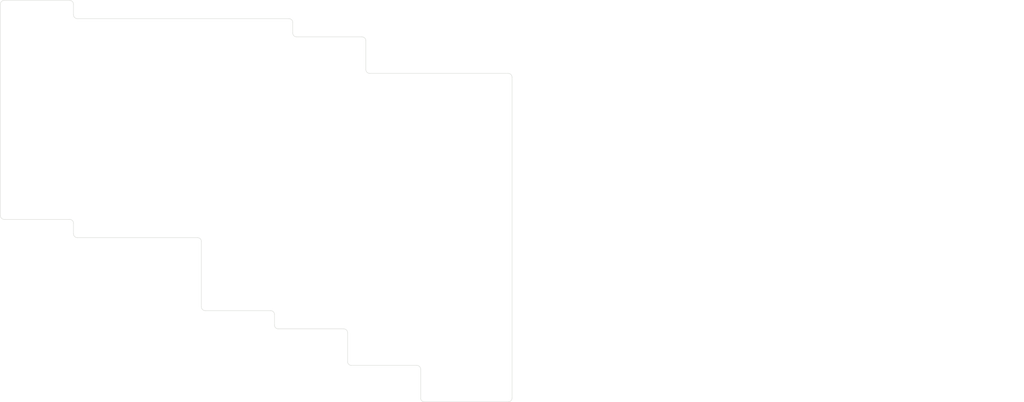
<source format=kicad_pcb>
(kicad_pcb (version 20221018) (generator pcbnew)
  (layers (0 "F.Cu" signal) (31 "B.Cu" signal) (34 "B.Paste" user) (35 "F.Paste" user) (36 "B.SilkS" user "B.Silkscreen") (37 "F.SilkS" user "F.Silkscreen") (38 "B.Mask" user) (39 "F.Mask" user) (44 "Edge.Cuts" user))
  (net 0 "")
  (footprint "kbd:M2_HOLE_v2" (layer "F.Cu") (at 147.6375 107.15625)
    (fp_text reference "Ref**" hide)
    (fp_text value "Val**" hide)
    (pad "" np_thru_hole circle (at 0 0) (size 4.3 4.3) (drill 4.3) (layers "*.Cu" "*.Mask"))
  )
  (footprint "kbd:M2_HOLE_v2" (layer "F.Cu") (at 76.2 45.24375)
    (fp_text reference "Ref**" hide)
    (fp_text value "Val**" hide)
    (pad "" np_thru_hole circle (at 0 0) (size 4.3 4.3) (drill 4.3) (layers "*.Cu" "*.Mask"))
  )
  (footprint "kbd:M2_HOLE_v2" (layer "F.Cu") (at 147.6375 59.53125)
    (fp_text reference "Ref**" hide)
    (fp_text value "Val**" hide)
    (pad "" np_thru_hole circle (at 0 0) (size 4.3 4.3) (drill 4.3) (layers "*.Cu" "*.Mask"))
  )
  (footprint "kbd:M2_HOLE_v2" (layer "F.Cu") (at 128.5875 59.53125)
    (fp_text reference "Ref**" hide)
    (fp_text value "Val**" hide)
    (pad "" np_thru_hole circle (at 0 0) (size 4.3 4.3) (drill 4.3) (layers "*.Cu" "*.Mask"))
  )
  (footprint "kbd:M2_HOLE_v2" (layer "F.Cu") (at 38.1 64.29375)
    (fp_text reference "Ref**" hide)
    (fp_text value "Val**" hide)
    (pad "" np_thru_hole circle (at 0 0) (size 4.3 4.3) (drill 4.3) (layers "*.Cu" "*.Mask"))
  )
  (footprint "kbd:M2_HOLE_v2" (layer "F.Cu") (at 38.1 40.48125)
    (fp_text reference "Ref**" hide)
    (fp_text value "Val**" hide)
    (pad "" np_thru_hole circle (at 0 0) (size 4.3 4.3) (drill 4.3) (layers "*.Cu" "*.Mask"))
  )
  (footprint "kbd:M2_HOLE_v2" (layer "F.Cu") (at 128.5875 107.15625)
    (fp_text reference "Ref**" hide)
    (fp_text value "Val**" hide)
    (pad "" np_thru_hole circle (at 0 0) (size 4.3 4.3) (drill 4.3) (layers "*.Cu" "*.Mask"))
  )
  (footprint "kbd:M2_HOLE_v2" (layer "F.Cu") (at 76.2 83.34375)
    (fp_text reference "Ref**" hide)
    (fp_text value "Val**" hide)
    (pad "" np_thru_hole circle (at 0 0) (size 4.3 4.3) (drill 4.3) (layers "*.Cu" "*.Mask"))
  )
  (gr_arc (start 20.05 78.58125) (mid 19.342893 78.288357) (end 19.05 77.58125) (stroke (width 0.1)) (layer "Edge.Cuts"))
  (gr_line (start 38.1 79.58125) (end 38.1 82.34375) (stroke (width 0.1)) (layer "Edge.Cuts"))
  (gr_arc (start 110.5375 116.68125) (mid 109.830393 116.388357) (end 109.5375 115.68125) (stroke (width 0.1)) (layer "Edge.Cuts"))
  (gr_line (start 38.1 22.43125) (end 38.1 25.19375) (stroke (width 0.1)) (layer "Edge.Cuts"))
  (gr_line (start 114.3 31.95625) (end 114.3 39.48125) (stroke (width 0.1)) (layer "Edge.Cuts"))
  (gr_line (start 90.4875 103.39375) (end 90.4875 106.15625) (stroke (width 0.1)) (layer "Edge.Cuts"))
  (gr_arc (start 72.4375 102.39375) (mid 71.730411 102.100854) (end 71.4375 101.39375) (stroke (width 0.1)) (layer "Edge.Cuts"))
  (gr_arc (start 37.1 78.58125) (mid 37.807107 78.874143) (end 38.1 79.58125) (stroke (width 0.1)) (layer "Edge.Cuts"))
  (gr_arc (start 108.5375 107.15625) (mid 109.244589 107.449146) (end 109.5375 108.15625) (stroke (width 0.1)) (layer "Edge.Cuts"))
  (gr_line (start 20.05 78.58125) (end 37.1 78.58125) (stroke (width 0.1)) (layer "Edge.Cuts"))
  (gr_line (start 39.1 26.19375) (end 94.25 26.19375) (stroke (width 0.1)) (layer "Edge.Cuts"))
  (gr_line (start 37.1 21.43125) (end 20.05 21.43125) (stroke (width 0.1)) (layer "Edge.Cuts"))
  (gr_line (start 109.5375 108.15625) (end 109.5375 115.68125) (stroke (width 0.1)) (layer "Edge.Cuts"))
  (gr_line (start 91.4875 107.15625) (end 108.5375 107.15625) (stroke (width 0.1)) (layer "Edge.Cuts"))
  (gr_arc (start 37.1 21.43125) (mid 37.807089 21.724146) (end 38.1 22.43125) (stroke (width 0.1)) (layer "Edge.Cuts"))
  (gr_line (start 95.25 27.19375) (end 95.25 29.95625) (stroke (width 0.1)) (layer "Edge.Cuts"))
  (gr_arc (start 152.4 125.20625) (mid 152.107124 125.913389) (end 151.4 126.20625) (stroke (width 0.1)) (layer "Edge.Cuts"))
  (gr_line (start 39.1 83.34375) (end 70.4375 83.34375) (stroke (width 0.1)) (layer "Edge.Cuts"))
  (gr_line (start 128.5875 117.68125) (end 128.5875 125.20625) (stroke (width 0.1)) (layer "Edge.Cuts"))
  (gr_arc (start 151.4 40.48125) (mid 152.107089 40.774146) (end 152.4 41.48125) (stroke (width 0.1)) (layer "Edge.Cuts"))
  (gr_line (start 96.25 30.95625) (end 113.3 30.95625) (stroke (width 0.1)) (layer "Edge.Cuts"))
  (gr_arc (start 127.5875 116.68125) (mid 128.294607 116.974143) (end 128.5875 117.68125) (stroke (width 0.1)) (layer "Edge.Cuts"))
  (gr_line (start 72.4375 102.39375) (end 89.4875 102.39375) (stroke (width 0.1)) (layer "Edge.Cuts"))
  (gr_arc (start 39.1 83.34375) (mid 38.392893 83.050857) (end 38.1 82.34375) (stroke (width 0.1)) (layer "Edge.Cuts"))
  (gr_arc (start 129.5875 126.20625) (mid 128.880393 125.913357) (end 128.5875 125.20625) (stroke (width 0.1)) (layer "Edge.Cuts"))
  (gr_line (start 115.3 40.48125) (end 151.4 40.48125) (stroke (width 0.1)) (layer "Edge.Cuts"))
  (gr_arc (start 96.25 30.95625) (mid 95.542893 30.663357) (end 95.25 29.95625) (stroke (width 0.1)) (layer "Edge.Cuts"))
  (gr_arc (start 89.4875 102.39375) (mid 90.194607 102.686643) (end 90.4875 103.39375) (stroke (width 0.1)) (layer "Edge.Cuts"))
  (gr_line (start 110.5375 116.68125) (end 127.5875 116.68125) (stroke (width 0.1)) (layer "Edge.Cuts"))
  (gr_arc (start 91.4875 107.15625) (mid 90.780393 106.863357) (end 90.4875 106.15625) (stroke (width 0.1)) (layer "Edge.Cuts"))
  (gr_arc (start 39.1 26.19375) (mid 38.392893 25.900857) (end 38.1 25.19375) (stroke (width 0.1)) (layer "Edge.Cuts"))
  (gr_line (start 71.4375 84.34375) (end 71.4375 101.39375) (stroke (width 0.1)) (layer "Edge.Cuts"))
  (gr_arc (start 19.05 22.43125) (mid 19.342876 21.724111) (end 20.05 21.43125) (stroke (width 0.1)) (layer "Edge.Cuts"))
  (gr_arc (start 115.3 40.48125) (mid 114.592911 40.188354) (end 114.3 39.48125) (stroke (width 0.1)) (layer "Edge.Cuts"))
  (gr_line (start 129.5875 126.20625) (end 151.4 126.20625) (stroke (width 0.1)) (layer "Edge.Cuts"))
  (gr_line (start 19.05 22.43125) (end 19.05 77.58125) (stroke (width 0.1)) (layer "Edge.Cuts"))
  (gr_arc (start 70.4375 83.34375) (mid 71.144607 83.636643) (end 71.4375 84.34375) (stroke (width 0.1)) (layer "Edge.Cuts"))
  (gr_arc (start 113.3 30.95625) (mid 114.007089 31.249146) (end 114.3 31.95625) (stroke (width 0.1)) (layer "Edge.Cuts"))
  (gr_arc (start 94.25 26.19375) (mid 94.957107 26.486643) (end 95.25 27.19375) (stroke (width 0.1)) (layer "Edge.Cuts"))
  (gr_line (start 152.4 125.20625) (end 152.4 41.48125) (stroke (width 0.1)) (layer "Edge.Cuts"))
)
</source>
